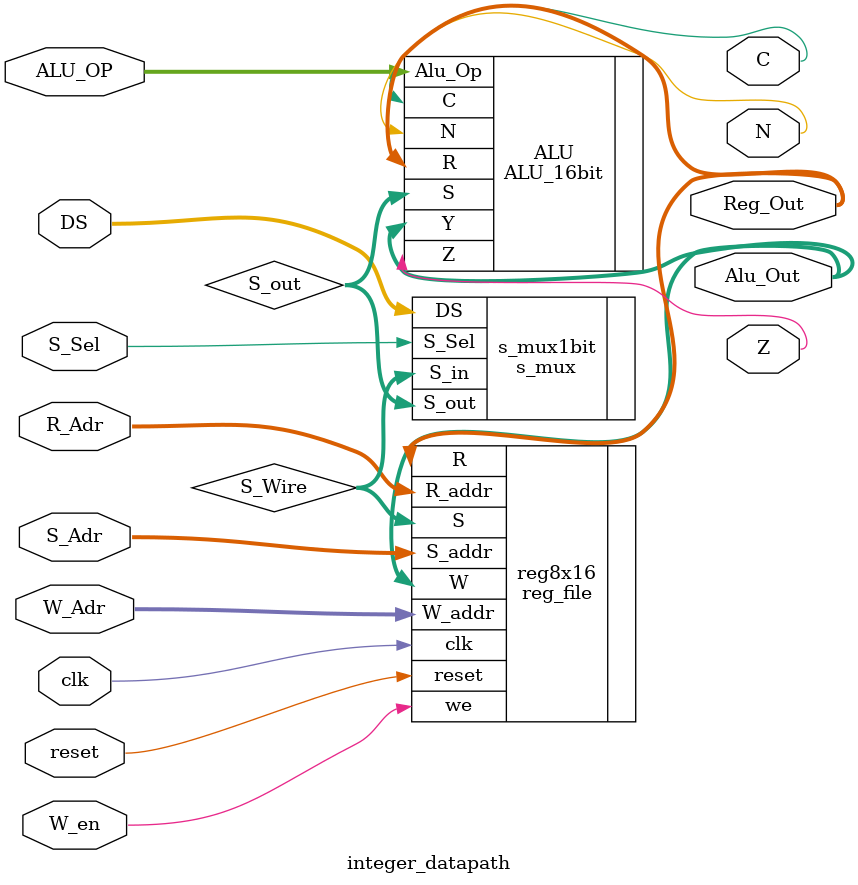
<source format=v>
`timescale 1ns / 1ps
/****************************** C E C S  3 0 1 ******************************
 * 
 * File Name:  integer_datapath.v
 * Project:    Lab 8
 * Designer:   Nolan Mey & Paul Ruiz
 * Email:      nolanmey365@yahoo.com
 *					paul.ruiz@student.csulb.edu
 * Rev. No.:   Version 1.1
 * Rev. Date:  4/5/16
 *
 * Purpose: This program connects a 16-bit register file to the ALU using
 *				structural Verilog and has an external input that controls
 *				the S Address, which affects the output of the ALU.
 *         
 * Notes:	REV UPDATE v1.1 (4/5/16):
 *					Formatted for clearner look.
 *					Added additional comments
 *
 ****************************************************************************/
module integer_datapath(clk, reset, W_en, S_Sel, W_Adr, S_Adr, R_Adr, ALU_OP, DS,
								C, N, Z, Reg_Out, Alu_Out);
	
	// I/O Declarations
	input 		   clk, reset, W_en, S_Sel;
	input  [2:0]   W_Adr, S_Adr, R_Adr;
	input  [3:0]   ALU_OP;
	input  [15:0]  DS;
	
	output			C, N, Z;
	output [15:0]  Reg_Out, Alu_Out;
	
	// Wire declarations
	wire 	 [15:0]  S_Wire, S_out, Reg_Out, Alu_Out;
	
	// Module declarations
	reg_file		  
		reg8x16
			(.clk(clk), .reset(reset), .we(W_en), .W_addr(W_Adr), .R_addr(R_Adr),
			 .S_addr(S_Adr), .W(Alu_Out), .R(Reg_Out), .S(S_Wire));
		
	s_mux
		s_mux1bit
			(.S_Sel(S_Sel), .S_in(S_Wire), .DS(DS), .S_out(S_out));
		
	ALU_16bit
		ALU
			(.R(Reg_Out), .S(S_out), .Alu_Op(ALU_OP), .Y(Alu_Out),
			 .N(N), .Z(Z), .C(C));

endmodule

</source>
